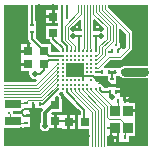
<source format=gtl>
G04*
G04 #@! TF.GenerationSoftware,Altium Limited,Altium Designer,19.0.10 (269)*
G04*
G04 Layer_Physical_Order=1*
G04 Layer_Color=255*
%FSLAX24Y24*%
%MOIN*%
G70*
G01*
G75*
%ADD10C,0.0079*%
%ADD11C,0.0049*%
%ADD13R,0.0106X0.0118*%
%ADD14R,0.0551X0.0295*%
%ADD15R,0.0335X0.0374*%
%ADD16C,0.0079*%
%ADD17R,0.0118X0.0106*%
%ADD18R,0.0315X0.0295*%
%ADD19R,0.0295X0.0315*%
%ADD27C,0.0118*%
%ADD28C,0.0090*%
%ADD29C,0.0080*%
%ADD30C,0.0300*%
%ADD31R,0.0315X0.0300*%
%ADD32R,0.0630X0.0492*%
%ADD33R,0.0079X0.0177*%
%ADD34C,0.0197*%
%ADD35C,0.0098*%
%ADD36C,0.0169*%
G36*
X142Y1667D02*
Y1484D01*
X140D01*
Y1352D01*
X90D01*
Y1302D01*
X-89D01*
X-98Y1297D01*
X-105Y1298D01*
X-128Y1300D01*
X-147Y1298D01*
X-153Y1300D01*
X-193Y1331D01*
X-197Y1339D01*
Y1394D01*
X-93Y1497D01*
X-48Y1471D01*
Y1402D01*
X40D01*
Y1484D01*
X-35D01*
X-62Y1529D01*
X96Y1686D01*
X142Y1667D01*
D02*
G37*
G36*
X752Y1529D02*
X725Y1484D01*
X650D01*
Y1402D01*
X738D01*
Y1471D01*
X783Y1497D01*
X886Y1395D01*
Y1339D01*
X882Y1331D01*
X842Y1300D01*
X836Y1298D01*
X817Y1300D01*
X794Y1298D01*
X788Y1297D01*
X779Y1302D01*
X600D01*
Y1352D01*
X550D01*
Y1484D01*
X547D01*
Y1668D01*
X593Y1687D01*
X752Y1529D01*
D02*
G37*
G36*
X1638Y1198D02*
Y786D01*
X1561Y708D01*
X1514Y728D01*
Y776D01*
X1477D01*
X1471Y779D01*
X1449Y803D01*
X1437Y826D01*
X1437Y837D01*
X1436Y857D01*
X1431Y876D01*
X1423Y895D01*
X1413Y912D01*
X1413Y912D01*
Y1359D01*
X1459Y1378D01*
X1638Y1198D01*
D02*
G37*
G36*
X-630Y2165D02*
Y2008D01*
X-737D01*
Y1781D01*
Y1555D01*
X-630D01*
Y1476D01*
X-1024D01*
Y1024D01*
X-905D01*
X-904Y1010D01*
X-900Y992D01*
X-893Y975D01*
X-883Y959D01*
X-871Y945D01*
X-695Y769D01*
X-695Y769D01*
X-580Y653D01*
Y620D01*
X-599Y601D01*
X-787Y601D01*
X-787Y601D01*
X-866D01*
Y866D01*
X-1161D01*
X-1379Y1084D01*
X-1368Y1134D01*
X-1368D01*
Y1622D01*
X-1387D01*
Y2165D01*
X-1339Y2184D01*
X-679D01*
X-630Y2165D01*
D02*
G37*
G36*
X2361Y131D02*
X2234D01*
X2234Y131D01*
X1588D01*
X1562Y129D01*
X1536Y124D01*
X1511Y116D01*
X1488Y104D01*
X1466Y90D01*
X1453Y78D01*
X1407Y69D01*
X1407Y69D01*
X1144D01*
Y69D01*
X921D01*
X902Y115D01*
X1116Y329D01*
X1432D01*
X1448Y331D01*
X1464Y334D01*
X1479Y341D01*
X1493Y349D01*
X1505Y360D01*
X1815Y670D01*
X1826Y682D01*
X1834Y696D01*
X1841Y711D01*
X1845Y727D01*
X1846Y743D01*
Y1241D01*
X1845Y1258D01*
X1841Y1273D01*
X1834Y1288D01*
X1826Y1302D01*
X1815Y1315D01*
X1039Y2091D01*
Y2184D01*
X2361D01*
Y131D01*
D02*
G37*
G36*
X-1624Y2165D02*
Y1622D01*
X-1644D01*
Y1134D01*
X-1624D01*
Y1043D01*
X-1623Y1025D01*
X-1619Y1007D01*
X-1611Y990D01*
X-1602Y974D01*
X-1590Y960D01*
X-1542Y912D01*
X-1562Y866D01*
X-1574D01*
Y680D01*
X-1528D01*
Y580D01*
X-1850D01*
Y394D01*
Y247D01*
X-1528D01*
Y147D01*
X-1850D01*
Y-39D01*
X-1615D01*
X-1593Y-64D01*
X-1580Y-89D01*
X-1583Y-104D01*
X-1585Y-127D01*
X-1583Y-150D01*
X-1578Y-173D01*
X-1571Y-195D01*
X-1561Y-216D01*
X-1548Y-235D01*
X-1533Y-252D01*
X-1515Y-268D01*
X-1496Y-281D01*
X-1475Y-291D01*
X-1453Y-298D01*
X-1430Y-303D01*
X-1407Y-304D01*
X-1384Y-303D01*
X-1374Y-301D01*
X-1349Y-342D01*
X-1348Y-345D01*
X-1399Y-396D01*
X-2420D01*
X-2420Y-396D01*
Y2184D01*
X-1673D01*
X-1624Y2165D01*
D02*
G37*
G36*
X1407Y-207D02*
Y-207D01*
X1407Y-207D01*
X1453Y-216D01*
X1466Y-227D01*
X1488Y-242D01*
X1511Y-253D01*
X1536Y-262D01*
X1562Y-267D01*
X1588Y-268D01*
X2234D01*
X2234Y-268D01*
X2361D01*
Y-2519D01*
X1014D01*
Y-2187D01*
X1234D01*
Y-2196D01*
X1366D01*
Y-2246D01*
X1416D01*
Y-2384D01*
X1722D01*
Y-2187D01*
X1950D01*
Y-1666D01*
X1950Y-1655D01*
X1950D01*
Y-1616D01*
X1950D01*
Y-1400D01*
X1704D01*
Y-1300D01*
X1950D01*
Y-1084D01*
X1722D01*
Y-1075D01*
X1590D01*
Y-1025D01*
X1540D01*
Y-887D01*
X1483D01*
X1445Y-859D01*
Y-771D01*
X1313D01*
Y-671D01*
X1445D01*
Y-584D01*
X1310D01*
Y-561D01*
X1035D01*
Y-584D01*
X957D01*
Y-603D01*
X891D01*
X888Y-600D01*
X887Y-580D01*
X882Y-560D01*
X874Y-542D01*
X864Y-525D01*
X851Y-509D01*
X835Y-496D01*
X818Y-486D01*
X800Y-478D01*
X780Y-473D01*
X760Y-472D01*
X740Y-473D01*
X720Y-478D01*
X698Y-433D01*
X704Y-428D01*
X716Y-414D01*
X726Y-398D01*
X727Y-394D01*
X620D01*
Y-344D01*
X590Y-314D01*
X590Y-207D01*
X716Y-207D01*
X716Y-207D01*
X1035D01*
Y-461D01*
X1310D01*
Y-207D01*
X1407D01*
X1407Y-207D01*
D02*
G37*
G36*
X-1846Y-1469D02*
X-2096D01*
X-2131Y-1430D01*
X-2133Y-1410D01*
X-2135Y-1401D01*
X-2119Y-1371D01*
X-2101Y-1351D01*
X-1846D01*
Y-1469D01*
D02*
G37*
G36*
X-536Y-726D02*
X-519Y-733D01*
X-501Y-737D01*
X-482Y-739D01*
X-464Y-737D01*
X-462Y-749D01*
X-461Y-754D01*
X-460Y-758D01*
X-460Y-758D01*
X-457Y-772D01*
X-450Y-789D01*
X-440Y-805D01*
X-428Y-819D01*
X33Y-1281D01*
X42Y-1296D01*
X55Y-1311D01*
X71Y-1324D01*
X85Y-1333D01*
X124Y-1371D01*
Y-1494D01*
X29D01*
Y-1966D01*
X413D01*
Y-2519D01*
X-2420D01*
Y-1922D01*
X-1778D01*
Y-1881D01*
X-1571D01*
Y-1656D01*
Y-1575D01*
X-1709D01*
Y-1475D01*
X-1571D01*
Y-1268D01*
X-1503D01*
Y-1130D01*
X-1403D01*
Y-1268D01*
X-1159D01*
X-1138Y-1318D01*
X-1168Y-1347D01*
X-1182Y-1364D01*
X-1193Y-1382D01*
X-1201Y-1402D01*
X-1207Y-1424D01*
X-1208Y-1445D01*
Y-1739D01*
X-1211Y-1742D01*
X-1224Y-1762D01*
X-1234Y-1782D01*
X-1242Y-1804D01*
X-1246Y-1827D01*
X-1248Y-1850D01*
X-1246Y-1874D01*
X-1242Y-1896D01*
X-1234Y-1918D01*
X-1224Y-1939D01*
X-1211Y-1958D01*
X-1196Y-1976D01*
X-1178Y-1991D01*
X-1159Y-2004D01*
X-1138Y-2014D01*
X-1116Y-2022D01*
X-1093Y-2026D01*
X-1070Y-2028D01*
X-1047Y-2026D01*
X-1024Y-2022D01*
X-1002Y-2014D01*
X-981Y-2004D01*
X-962Y-1991D01*
X-944Y-1976D01*
X-929Y-1958D01*
X-916Y-1939D01*
X-915Y-1937D01*
X-777D01*
Y-1710D01*
Y-1484D01*
X-845D01*
X-863Y-1440D01*
X-835Y-1405D01*
X-491D01*
Y-953D01*
X-531D01*
Y-931D01*
X-533Y-909D01*
X-538Y-888D01*
X-546Y-868D01*
X-557Y-850D01*
X-572Y-833D01*
X-584Y-822D01*
X-588Y-816D01*
X-595Y-768D01*
X-592Y-760D01*
X-550Y-717D01*
X-536Y-726D01*
D02*
G37*
%LPC*%
G36*
X-837Y2008D02*
X-1024D01*
Y1831D01*
X-837D01*
Y2008D01*
D02*
G37*
G36*
Y1731D02*
X-1024D01*
Y1555D01*
X-837D01*
Y1731D01*
D02*
G37*
G36*
X-1674Y866D02*
X-1850D01*
Y680D01*
X-1674D01*
Y866D01*
D02*
G37*
G36*
X1722Y-887D02*
X1640D01*
Y-975D01*
X1722D01*
Y-887D01*
D02*
G37*
G36*
X1316Y-2296D02*
X1234D01*
Y-2384D01*
X1316D01*
Y-2296D01*
D02*
G37*
G36*
X-49Y-1494D02*
X-226D01*
Y-1680D01*
X-49D01*
Y-1494D01*
D02*
G37*
G36*
Y-1780D02*
X-226D01*
Y-1966D01*
X-49D01*
Y-1780D01*
D02*
G37*
G36*
X-491Y-1484D02*
X-677D01*
Y-1710D01*
Y-1937D01*
X-502D01*
Y-1966D01*
X-326D01*
Y-1730D01*
Y-1494D01*
X-491D01*
Y-1484D01*
D02*
G37*
%LPD*%
D10*
X1089Y-823D02*
X1171Y-905D01*
X1089Y-823D02*
Y-721D01*
X825D02*
X1089D01*
X760Y-656D02*
X825Y-721D01*
X242Y-1730D02*
Y-1322D01*
X-344Y-736D02*
X242Y-1322D01*
X700Y1520D02*
X817Y1403D01*
X1132Y610D02*
X1151Y629D01*
X1369Y658D02*
X1526Y815D01*
X1053Y610D02*
X1132D01*
X-727Y-1710D02*
X-295D01*
X-1506Y1043D02*
Y1266D01*
X-1407Y-127D02*
X-1220D01*
X-1093Y1D01*
X-1506Y1043D02*
X-1093Y630D01*
X-945Y344D02*
X-620D01*
Y482D02*
X-482D01*
X-945D02*
X-620D01*
X-1093Y197D02*
X-945Y344D01*
X-1093Y1D02*
Y197D01*
Y630D02*
X-945Y482D01*
X-1506Y1490D02*
Y2165D01*
X-1130Y-1130D02*
X-620Y-620D01*
X-1228Y-1130D02*
X-1130D01*
X-1868Y-1411D02*
Y-1410D01*
Y-1411D02*
X-1755Y-1525D01*
X-1709D01*
Y-1306D02*
X-1459D01*
X-1868Y-1410D02*
X-1764Y-1306D01*
X-1709D01*
X-1459D02*
X-1453Y-1313D01*
Y-1130D01*
X518Y-208D02*
X539D01*
X-344Y-736D02*
Y-620D01*
X1783Y-1045D02*
X1783Y-1045D01*
X1590Y-1045D02*
X1783D01*
X1133Y-2039D02*
X1252Y-1921D01*
X1133Y-2039D02*
X1133Y-2196D01*
X1084Y-2246D02*
X1133Y-2196D01*
X1252Y-1921D02*
X1366Y-2035D01*
Y-2226D02*
Y-2035D01*
X1035Y-1921D02*
X1252Y-1921D01*
X539Y-208D02*
X620Y-289D01*
Y-344D02*
Y-289D01*
Y-69D02*
X845D01*
X760Y-600D02*
X760Y-656D01*
X1132Y-511D02*
X1173D01*
X924Y-303D02*
X1132Y-511D01*
X207Y-207D02*
X517D01*
X518Y-208D01*
X811Y1128D02*
X817Y1122D01*
X600Y1128D02*
X811D01*
X600D02*
X620Y1108D01*
Y620D02*
Y1108D01*
X69Y620D02*
Y1108D01*
X89Y1128D01*
X-122D02*
X89D01*
X-128Y1122D02*
X-122Y1128D01*
X-482Y620D02*
Y723D01*
X-787Y1029D02*
X-482Y723D01*
X-787Y1029D02*
Y1250D01*
X-344Y1722D02*
Y2165D01*
Y620D02*
Y796D01*
X-512Y963D02*
X-344Y796D01*
X-512Y963D02*
Y2165D01*
X-127Y1366D02*
X76D01*
X90Y1352D01*
X614Y1366D02*
X817D01*
X600Y1352D02*
X614Y1366D01*
X-127D02*
Y1403D01*
X-10Y1520D01*
D11*
X-207Y-684D02*
X516Y-1407D01*
Y-2520D02*
Y-1407D01*
X-69Y-683D02*
X615Y-1367D01*
Y-2520D02*
Y-1367D01*
X69Y-682D02*
X713Y-1326D01*
Y-2520D02*
Y-1326D01*
X207Y-680D02*
X812Y-1285D01*
Y-2520D02*
Y-1285D01*
X344Y-679D02*
X910Y-1244D01*
Y-2520D02*
Y-1244D01*
X1010Y-1571D02*
Y-1206D01*
X620Y-676D02*
X1252Y-1308D01*
Y-1350D02*
Y-1308D01*
X837Y2008D02*
X1309Y1535D01*
Y837D02*
Y1535D01*
X935Y2048D02*
X1742Y1241D01*
Y743D02*
Y1241D01*
X620Y69D02*
X709D01*
X1432Y433D02*
X1742Y743D01*
X1073Y433D02*
X1432D01*
X709Y69D02*
X1073Y433D01*
X935Y2048D02*
Y2185D01*
X837Y2008D02*
Y2185D01*
X1590Y-2226D02*
Y-1801D01*
X-1152Y-992D02*
X-642Y-482D01*
X-1619Y-992D02*
X-1152D01*
X-1193Y-894D02*
X-644Y-344D01*
X-2420Y-894D02*
X-1193D01*
X-1234Y-795D02*
X-645Y-207D01*
X-2420Y-795D02*
X-1234D01*
X-1275Y-697D02*
X-647Y-69D01*
X-2420Y-697D02*
X-1275D01*
X-1315Y-598D02*
X-648Y69D01*
X-2420Y-598D02*
X-1315D01*
X-1356Y-500D02*
X-649Y207D01*
X-2420Y-500D02*
X-1356D01*
X344Y-679D02*
Y-620D01*
X482Y-678D02*
X1010Y-1206D01*
X482Y-678D02*
Y-620D01*
X620Y-676D02*
Y-620D01*
X1010Y-1571D02*
X1074Y-1635D01*
X-1709Y-1082D02*
X-1619Y-992D01*
X-2230Y-1098D02*
X-2230Y-1125D01*
X-207Y-684D02*
Y-620D01*
X-69Y-683D02*
Y-620D01*
X69D02*
X69Y-682D01*
X207Y-680D02*
Y-620D01*
X1425Y-1635D02*
X1590Y-1801D01*
X1074Y-1635D02*
X1425D01*
X1366Y-1236D02*
Y-1045D01*
X1252Y-1350D02*
X1366Y-1236D01*
X482Y620D02*
Y688D01*
X443Y727D02*
X482Y688D01*
X207Y620D02*
Y697D01*
X-642Y-482D02*
X-620D01*
X-644Y-344D02*
X-620D01*
X-645Y-207D02*
X-620D01*
X-647Y-69D02*
X-620D01*
X-648Y69D02*
X-620D01*
X-649Y207D02*
X-620D01*
X-2260Y-1430D02*
X-2234Y-1456D01*
X344Y620D02*
Y2185D01*
X-69Y620D02*
Y819D01*
X-300Y1051D02*
X-69Y819D01*
X-300Y1051D02*
Y1436D01*
X-207Y620D02*
Y818D01*
X-399Y1010D02*
X-207Y818D01*
X-399Y1010D02*
Y1477D01*
X620Y482D02*
X642D01*
X620Y344D02*
X644D01*
X207Y697D02*
X246Y736D01*
Y2185D01*
X443Y727D02*
Y2185D01*
X541Y1885D02*
Y2185D01*
X640Y1926D02*
Y2185D01*
X-300Y1436D02*
X148Y1884D01*
Y2185D01*
X49Y1925D02*
Y2185D01*
X-399Y1477D02*
X49Y1925D01*
X-2230Y-1125D02*
X-2132D01*
X-2234Y-1593D02*
Y-1456D01*
Y-1593D02*
X-2142Y-1686D01*
X-2132Y-1696D02*
X-2079Y-1749D01*
X-1709D01*
X-2132Y-1125D02*
X-2089Y-1082D01*
X-1709D01*
X645Y207D02*
X930Y492D01*
Y713D02*
X1186Y969D01*
X733Y795D02*
X989Y1051D01*
X832Y754D02*
X1088Y1010D01*
X620Y207D02*
X645D01*
X541Y1885D02*
X989Y1437D01*
Y1051D02*
Y1437D01*
X640Y1926D02*
X1088Y1478D01*
Y1010D02*
Y1478D01*
X738Y1967D02*
Y2185D01*
Y1967D02*
X1186Y1519D01*
Y969D02*
Y1519D01*
X642Y482D02*
X733Y573D01*
Y795D01*
X644Y344D02*
X832Y532D01*
Y754D01*
X930Y492D02*
Y713D01*
D13*
X1366Y-1025D02*
D03*
X1590D02*
D03*
X1590Y-2246D02*
D03*
X1366D02*
D03*
X1275Y-69D02*
D03*
X1500D02*
D03*
X845Y-69D02*
D03*
X1070D02*
D03*
X1313Y-721D02*
D03*
X1089D02*
D03*
X1383Y639D02*
D03*
X1158D02*
D03*
X-1453Y-1130D02*
D03*
X-1228D02*
D03*
D14*
X-2132Y-1696D02*
D03*
Y-1125D02*
D03*
D15*
X1704Y-1921D02*
D03*
X1252D02*
D03*
Y-1350D02*
D03*
X1704D02*
D03*
D16*
X-620Y620D02*
D03*
X620Y-344D02*
D03*
X482D02*
D03*
X620Y-620D02*
D03*
X-482Y620D02*
D03*
X-344D02*
D03*
X-207D02*
D03*
X-69D02*
D03*
X69D02*
D03*
X207D02*
D03*
X344D02*
D03*
X482D02*
D03*
X620D02*
D03*
X-620Y482D02*
D03*
X-482D02*
D03*
X-344D02*
D03*
X-207D02*
D03*
X-69D02*
D03*
X69D02*
D03*
X207D02*
D03*
X344D02*
D03*
X482D02*
D03*
X620D02*
D03*
X-620Y344D02*
D03*
X-482D02*
D03*
X-344D02*
D03*
X-207D02*
D03*
X-69D02*
D03*
X69D02*
D03*
X207D02*
D03*
X482D02*
D03*
X620D02*
D03*
X-620Y207D02*
D03*
X-482D02*
D03*
X-344D02*
D03*
X-207D02*
D03*
X-69D02*
D03*
X69D02*
D03*
X207D02*
D03*
X344D02*
D03*
X482D02*
D03*
X620D02*
D03*
X-620Y69D02*
D03*
X-482D02*
D03*
X-344D02*
D03*
X-207D02*
D03*
X-69D02*
D03*
X69D02*
D03*
X207D02*
D03*
X344D02*
D03*
X482D02*
D03*
X620D02*
D03*
X-620Y-69D02*
D03*
X-482D02*
D03*
X-344D02*
D03*
X-207D02*
D03*
X-69D02*
D03*
X69D02*
D03*
X207D02*
D03*
X344D02*
D03*
X482D02*
D03*
X620D02*
D03*
X-620Y-207D02*
D03*
X-482D02*
D03*
X-344D02*
D03*
X-207D02*
D03*
X-69D02*
D03*
X69D02*
D03*
X207D02*
D03*
X344D02*
D03*
X-620Y-344D02*
D03*
X-482D02*
D03*
X-344D02*
D03*
X-207D02*
D03*
X-69D02*
D03*
X69D02*
D03*
X207D02*
D03*
X-620Y-482D02*
D03*
X-482D02*
D03*
X-344D02*
D03*
X-207D02*
D03*
X-69D02*
D03*
X69D02*
D03*
X207D02*
D03*
X344D02*
D03*
X-620Y-620D02*
D03*
X-482D02*
D03*
X-344D02*
D03*
X-207D02*
D03*
X-69D02*
D03*
X69D02*
D03*
X207D02*
D03*
X344D02*
D03*
X482D02*
D03*
D17*
X-1506Y1266D02*
D03*
Y1490D02*
D03*
X-1709Y-1306D02*
D03*
Y-1082D02*
D03*
Y-1525D02*
D03*
Y-1749D02*
D03*
X600Y1352D02*
D03*
Y1128D02*
D03*
X90Y1352D02*
D03*
Y1128D02*
D03*
X1173Y-287D02*
D03*
Y-511D02*
D03*
D18*
X-787Y1250D02*
D03*
Y1781D02*
D03*
X-727Y-1179D02*
D03*
Y-1710D02*
D03*
D19*
X-1093Y630D02*
D03*
X-1624D02*
D03*
X-276Y-1730D02*
D03*
X256D02*
D03*
X-1093Y197D02*
D03*
X-1624D02*
D03*
D27*
X-669Y-1121D02*
Y-931D01*
X-727Y-1179D02*
X-669Y-1121D01*
X-804Y-1179D02*
X-727D01*
X-1070Y-1445D02*
X-804Y-1179D01*
X-1070Y-1850D02*
Y-1445D01*
D28*
X1072Y-69D02*
X1178D01*
X1275D01*
X1280D01*
D29*
X1173Y-74D02*
X1178Y-69D01*
X1173Y-287D02*
Y-74D01*
D30*
X1588Y-69D02*
X2234D01*
D31*
X2227Y-69D02*
D03*
D32*
X-69Y0D02*
D03*
D33*
X207Y-256D02*
D03*
D34*
X1171Y-905D02*
D03*
X1526Y1161D02*
D03*
X1526Y815D02*
D03*
X1969Y837D02*
D03*
X1201Y2077D02*
D03*
X-2313Y-295D02*
D03*
X-1110Y968D02*
D03*
X-1407Y-127D02*
D03*
X-728Y-2047D02*
D03*
X-1070Y-1850D02*
D03*
X-420Y-2421D02*
D03*
X-360Y-1130D02*
D03*
X-374Y-1374D02*
D03*
X-1490Y-1350D02*
D03*
X1526Y-758D02*
D03*
X1813Y-966D02*
D03*
X1144Y-2246D02*
D03*
X1821Y-389D02*
D03*
X2244Y249D02*
D03*
Y-389D02*
D03*
X1821Y249D02*
D03*
X1148Y190D02*
D03*
X924Y-303D02*
D03*
X1440Y-380D02*
D03*
X817Y1122D02*
D03*
X-128D02*
D03*
X-127Y1366D02*
D03*
X817D02*
D03*
X-1939Y197D02*
D03*
Y630D02*
D03*
X-1870Y-2006D02*
D03*
X-1250Y2087D02*
D03*
X-807D02*
D03*
X2244Y1299D02*
D03*
X-1921Y2047D02*
D03*
X-1810Y1290D02*
D03*
X-2303Y1368D02*
D03*
Y2047D02*
D03*
X-1190Y-2350D02*
D03*
X-2303Y-2402D02*
D03*
X2244Y2077D02*
D03*
X2264Y-1171D02*
D03*
Y-2421D02*
D03*
X320Y-2190D02*
D03*
D35*
X1309Y837D02*
D03*
X1053Y610D02*
D03*
X-669Y-931D02*
D03*
X146Y-1220D02*
D03*
X-2000Y-1410D02*
D03*
X-620Y620D02*
D03*
X1035Y-1921D02*
D03*
X760Y-600D02*
D03*
X482Y-346D02*
D03*
X344Y-482D02*
D03*
X-482D02*
D03*
X-344D02*
D03*
X-207D02*
D03*
X-69D02*
D03*
X69D02*
D03*
X207D02*
D03*
X482Y-69D02*
D03*
Y69D02*
D03*
Y207D02*
D03*
Y344D02*
D03*
Y482D02*
D03*
X344D02*
D03*
X207D02*
D03*
X69D02*
D03*
X-69D02*
D03*
X-207D02*
D03*
X-344D02*
D03*
X-482Y207D02*
D03*
Y-69D02*
D03*
Y-207D02*
D03*
Y-344D02*
D03*
X-344Y344D02*
D03*
X-69D02*
D03*
X69D02*
D03*
X207D02*
D03*
X344Y69D02*
D03*
Y207D02*
D03*
X-344Y-344D02*
D03*
X-207D02*
D03*
X69D02*
D03*
X-482Y69D02*
D03*
X-207Y344D02*
D03*
X344Y-69D02*
D03*
X-2260Y-1430D02*
D03*
X-344Y1722D02*
D03*
X-69Y-344D02*
D03*
D36*
X67Y-72D02*
D03*
X-263Y-50D02*
D03*
M02*

</source>
